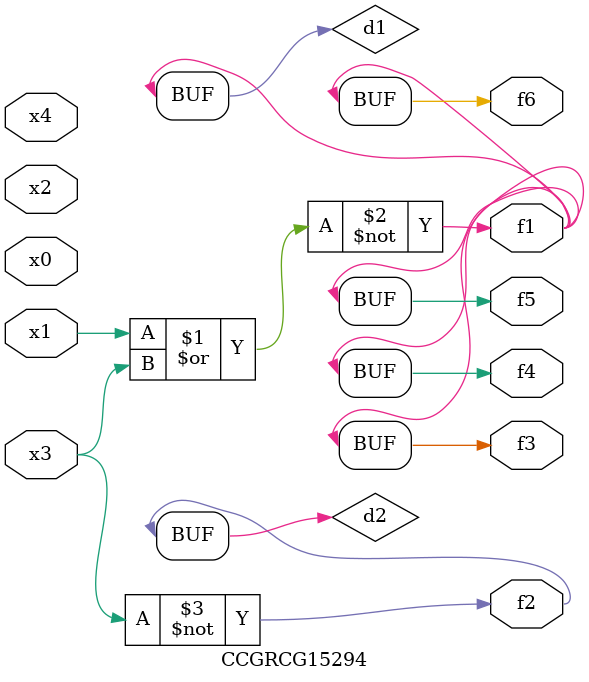
<source format=v>
module CCGRCG15294(
	input x0, x1, x2, x3, x4,
	output f1, f2, f3, f4, f5, f6
);

	wire d1, d2;

	nor (d1, x1, x3);
	not (d2, x3);
	assign f1 = d1;
	assign f2 = d2;
	assign f3 = d1;
	assign f4 = d1;
	assign f5 = d1;
	assign f6 = d1;
endmodule

</source>
